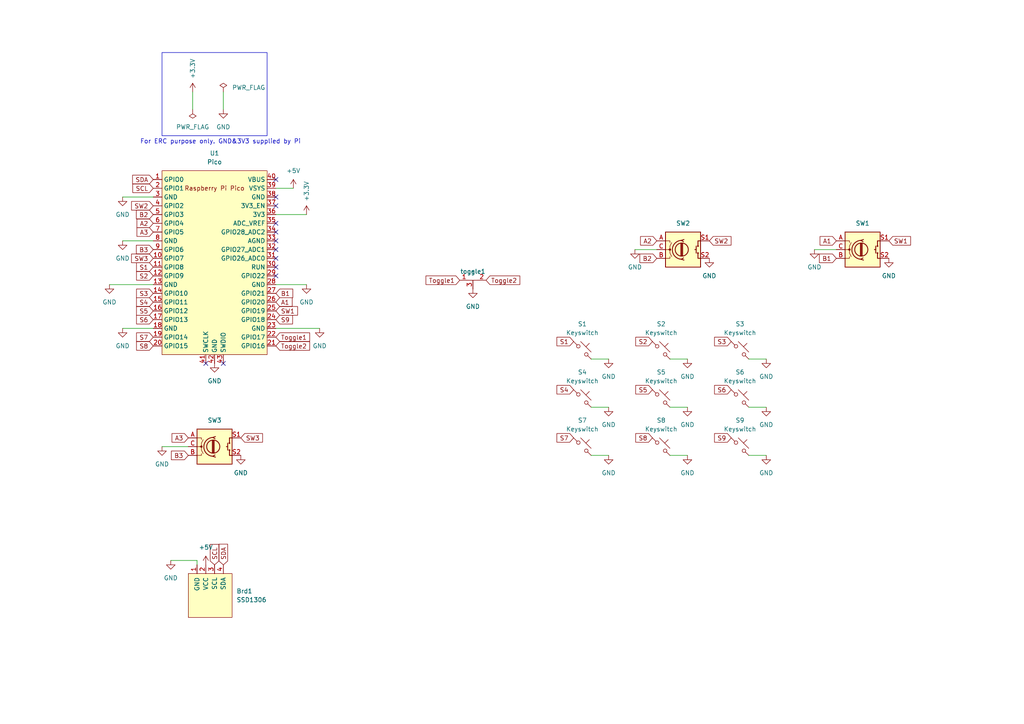
<source format=kicad_sch>
(kicad_sch (version 20230121) (generator eeschema)
  (paper "A4")
  (lib_symbols
    (symbol "Device:RotaryEncoder_Switch" (pin_names (offset 0.254) hide)
      (property "Reference" "SW" (at 0 6.604 0))
      (property "Value" "RotaryEncoder_Switch" (at 0 -6.604 0))
      (symbol "RotaryEncoder_Switch_0_1"
        (rectangle (start -5.08 5.08) (end 5.08 -5.08) (stroke (width 0.254)) (fill (type background)))
        (circle (center -3.81 0) (radius 0.254) (fill (type outline)))
        (circle (center -0.381 0) (radius 1.905) (stroke (width 0.254)))
        (arc (start -0.381 2.667) (mid -3.0988 -0.0635) (end -0.381 -2.794) (stroke (width 0.254)))
        (polyline (pts (xy -0.635 -1.778) (xy -0.635 1.778)) (stroke (width 0.254)))
        (polyline (pts (xy -0.381 -1.778) (xy -0.381 1.778)) (stroke (width 0.254)))
        (polyline (pts (xy -0.127 1.778) (xy -0.127 -1.778)) (stroke (width 0.254)))
        (polyline (pts (xy 3.81 0) (xy 3.429 0)) (stroke (width 0.254)))
        (polyline (pts (xy 3.81 1.016) (xy 3.81 -1.016)) (stroke (width 0.254)))
        (polyline (pts (xy -5.08 -2.54) (xy -3.81 -2.54) (xy -3.81 -2.032)))
        (polyline (pts (xy -5.08 2.54) (xy -3.81 2.54) (xy -3.81 2.032)))
        (polyline (pts (xy 0.254 -3.048) (xy -0.508 -2.794) (xy 0.127 -2.413)) (stroke (width 0.254)))
        (polyline (pts (xy 0.254 2.921) (xy -0.508 2.667) (xy 0.127 2.286)) (stroke (width 0.254)))
        (polyline (pts (xy 5.08 -2.54) (xy 4.318 -2.54) (xy 4.318 -1.016)) (stroke (width 0.254)))
        (polyline (pts (xy 5.08 2.54) (xy 4.318 2.54) (xy 4.318 1.016)) (stroke (width 0.254)))
        (polyline (pts (xy -5.08 0) (xy -3.81 0) (xy -3.81 -1.016) (xy -3.302 -2.032)))
        (polyline (pts (xy -4.318 0) (xy -3.81 0) (xy -3.81 1.016) (xy -3.302 2.032)))
        (circle (center 4.318 -1.016) (radius 0.127) (stroke (width 0.254)))
        (circle (center 4.318 1.016) (radius 0.127) (stroke (width 0.254)))
      )
      (symbol "RotaryEncoder_Switch_1_1"
        (pin passive line (at -7.62 2.54 0) (length 2.54) (name "A") (number "A"))
        (pin passive line (at -7.62 -2.54 0) (length 2.54) (name "B") (number "B"))
        (pin passive line (at -7.62 0 0) (length 2.54) (name "C") (number "C"))
        (pin passive line (at 7.62 2.54 180) (length 2.54) (name "S1") (number "S1"))
        (pin passive line (at 7.62 -2.54 180) (length 2.54) (name "S2") (number "S2"))
      )
    )
    (symbol "MCU_RaspberryPi_and_Boards:Pico"
      (property "Reference" "U" (at -13.97 27.94 0))
      (property "Value" "Pico" (at 0 19.05 0))
      (symbol "Pico_0_0"
        (text "Raspberry Pi Pico" (at 0 21.59 0) (effects (font (size 1.27 1.27))))
      )
      (symbol "Pico_0_1"
        (rectangle (start -15.24 26.67) (end 15.24 -26.67) (fill (type background)))
      )
      (symbol "Pico_1_1"
        (pin bidirectional line (at -17.78 24.13 0) (length 2.54) (name "GPIO0") (number "1"))
        (pin bidirectional line (at -17.78 1.27 0) (length 2.54) (name "GPIO7") (number "10"))
        (pin bidirectional line (at -17.78 -1.27 0) (length 2.54) (name "GPIO8") (number "11"))
        (pin bidirectional line (at -17.78 -3.81 0) (length 2.54) (name "GPIO9") (number "12"))
        (pin power_in line (at -17.78 -6.35 0) (length 2.54) (name "GND") (number "13"))
        (pin bidirectional line (at -17.78 -8.89 0) (length 2.54) (name "GPIO10") (number "14"))
        (pin bidirectional line (at -17.78 -11.43 0) (length 2.54) (name "GPIO11") (number "15"))
        (pin bidirectional line (at -17.78 -13.97 0) (length 2.54) (name "GPIO12") (number "16"))
        (pin bidirectional line (at -17.78 -16.51 0) (length 2.54) (name "GPIO13") (number "17"))
        (pin power_in line (at -17.78 -19.05 0) (length 2.54) (name "GND") (number "18"))
        (pin bidirectional line (at -17.78 -21.59 0) (length 2.54) (name "GPIO14") (number "19"))
        (pin bidirectional line (at -17.78 21.59 0) (length 2.54) (name "GPIO1") (number "2"))
        (pin bidirectional line (at -17.78 -24.13 0) (length 2.54) (name "GPIO15") (number "20"))
        (pin bidirectional line (at 17.78 -24.13 180) (length 2.54) (name "GPIO16") (number "21"))
        (pin bidirectional line (at 17.78 -21.59 180) (length 2.54) (name "GPIO17") (number "22"))
        (pin power_in line (at 17.78 -19.05 180) (length 2.54) (name "GND") (number "23"))
        (pin bidirectional line (at 17.78 -16.51 180) (length 2.54) (name "GPIO18") (number "24"))
        (pin bidirectional line (at 17.78 -13.97 180) (length 2.54) (name "GPIO19") (number "25"))
        (pin bidirectional line (at 17.78 -11.43 180) (length 2.54) (name "GPIO20") (number "26"))
        (pin bidirectional line (at 17.78 -8.89 180) (length 2.54) (name "GPIO21") (number "27"))
        (pin power_in line (at 17.78 -6.35 180) (length 2.54) (name "GND") (number "28"))
        (pin bidirectional line (at 17.78 -3.81 180) (length 2.54) (name "GPIO22") (number "29"))
        (pin power_in line (at -17.78 19.05 0) (length 2.54) (name "GND") (number "3"))
        (pin input line (at 17.78 -1.27 180) (length 2.54) (name "RUN") (number "30"))
        (pin bidirectional line (at 17.78 1.27 180) (length 2.54) (name "GPIO26_ADC0") (number "31"))
        (pin bidirectional line (at 17.78 3.81 180) (length 2.54) (name "GPIO27_ADC1") (number "32"))
        (pin power_in line (at 17.78 6.35 180) (length 2.54) (name "AGND") (number "33"))
        (pin bidirectional line (at 17.78 8.89 180) (length 2.54) (name "GPIO28_ADC2") (number "34"))
        (pin power_in line (at 17.78 11.43 180) (length 2.54) (name "ADC_VREF") (number "35"))
        (pin power_in line (at 17.78 13.97 180) (length 2.54) (name "3V3") (number "36"))
        (pin input line (at 17.78 16.51 180) (length 2.54) (name "3V3_EN") (number "37"))
        (pin bidirectional line (at 17.78 19.05 180) (length 2.54) (name "GND") (number "38"))
        (pin power_in line (at 17.78 21.59 180) (length 2.54) (name "VSYS") (number "39"))
        (pin bidirectional line (at -17.78 16.51 0) (length 2.54) (name "GPIO2") (number "4"))
        (pin power_in line (at 17.78 24.13 180) (length 2.54) (name "VBUS") (number "40"))
        (pin input line (at -2.54 -29.21 90) (length 2.54) (name "SWCLK") (number "41"))
        (pin power_in line (at 0 -29.21 90) (length 2.54) (name "GND") (number "42"))
        (pin bidirectional line (at 2.54 -29.21 90) (length 2.54) (name "SWDIO") (number "43"))
        (pin bidirectional line (at -17.78 13.97 0) (length 2.54) (name "GPIO3") (number "5"))
        (pin bidirectional line (at -17.78 11.43 0) (length 2.54) (name "GPIO4") (number "6"))
        (pin bidirectional line (at -17.78 8.89 0) (length 2.54) (name "GPIO5") (number "7"))
        (pin power_in line (at -17.78 6.35 0) (length 2.54) (name "GND") (number "8"))
        (pin bidirectional line (at -17.78 3.81 0) (length 2.54) (name "GPIO6") (number "9"))
      )
    )
    (symbol "Scotto keedbs:Placeholder_Keyswitch" (pin_numbers hide) (pin_names (offset 1.016) hide)
      (property "Reference" "S" (at 3.048 1.016 0))
      (property "Value" "Keyswitch" (at 0 -3.81 0))
      (symbol "Placeholder_Keyswitch_0_1"
        (circle (center -1.1684 1.1684) (radius 0.508))
        (polyline (pts (xy -0.508 2.54) (xy 2.54 -0.508)))
        (polyline (pts (xy 1.016 1.016) (xy 2.032 2.032)))
        (polyline (pts (xy -2.54 2.54) (xy -1.524 1.524) (xy -1.524 1.524)))
        (polyline (pts (xy 1.524 -1.524) (xy 2.54 -2.54) (xy 2.54 -2.54) (xy 2.54 -2.54)))
        (circle (center 1.143 -1.1938) (radius 0.508))
        (pin passive line (at -2.54 2.54 0) (length 0) (name "1") (number "1"))
        (pin passive line (at 2.54 -2.54 180) (length 0) (name "2") (number "2"))
      )
    )
    (symbol "dis:SSD1306" (pin_names (offset 1.016))
      (property "Reference" "Brd" (at 0 -3.81 0))
      (property "Value" "SSD1306" (at 0 -1.27 0))
      (symbol "SSD1306_0_1"
        (rectangle (start -6.35 6.35) (end 6.35 -6.35) (fill (type background)))
      )
      (symbol "SSD1306_1_1"
        (pin input line (at -3.81 8.89 270) (length 2.54) (name "GND") (number "1"))
        (pin input line (at -1.27 8.89 270) (length 2.54) (name "VCC") (number "2"))
        (pin input line (at 1.27 8.89 270) (length 2.54) (name "SCL") (number "3"))
        (pin input line (at 3.81 8.89 270) (length 2.54) (name "SDA") (number "4"))
      )
    )
    (symbol "power:+3.3V" (power) (pin_names (offset 0))
      (property "Value" "+3.3V" (at 0 3.556 0))
      (symbol "+3.3V_0_1"
        (polyline (pts (xy -0.762 1.27) (xy 0 2.54)))
        (polyline (pts (xy 0 0) (xy 0 2.54)))
        (polyline (pts (xy 0 2.54) (xy 0.762 1.27)))
      )
      (symbol "+3.3V_1_1"
        (pin power_in line (at 0 0 90) (length 0) hide (name "+3.3V") (number "1"))
      )
    )
    (symbol "power:+5V" (power) (pin_names (offset 0))
      (property "Value" "+5V" (at 0 3.556 0))
      (symbol "+5V_0_1"
        (polyline (pts (xy -0.762 1.27) (xy 0 2.54)))
        (polyline (pts (xy 0 0) (xy 0 2.54)))
        (polyline (pts (xy 0 2.54) (xy 0.762 1.27)))
      )
      (symbol "+5V_1_1"
        (pin power_in line (at 0 0 90) (length 0) hide (name "+5V") (number "1"))
      )
    )
    (symbol "power:GND" (power) (pin_names (offset 0))
      (property "Value" "GND" (at 0 -3.81 0))
      (symbol "GND_0_1"
        (polyline (pts (xy 0 0) (xy 0 -1.27) (xy 1.27 -1.27) (xy 0 -2.54) (xy -1.27 -1.27) (xy 0 -1.27)))
      )
      (symbol "GND_1_1"
        (pin power_in line (at 0 0 270) (length 0) hide (name "GND") (number "1"))
      )
    )
    (symbol "power:PWR_FLAG" (power) (pin_numbers hide) (pin_names (offset 0) hide)
      (property "Value" "PWR_FLAG" (at 0 3.81 0))
      (symbol "PWR_FLAG_0_0"
        (pin power_out line (at 0 0 90) (length 0) (name "pwr") (number "1"))
      )
      (symbol "PWR_FLAG_0_1"
        (polyline (pts (xy 0 0) (xy 0 1.27) (xy -1.016 1.905) (xy 0 2.54) (xy 1.016 1.905) (xy 0 1.27)))
      )
    )
    (symbol "toggle_on-off-on_1"
      (property "Reference" "toggle" (at 0 0 0))
      (symbol "toggle_on-off-on_1_0_1"
        (polyline (pts (xy -1.27 -2.54) (xy 1.27 -2.54) (xy 1.27 -2.54)))
      )
      (symbol "toggle_on-off-on_1_1_1"
        (pin output line (at -3.81 -2.54 0) (length 2.54) (name "") (number "1"))
        (pin output line (at 3.81 -2.54 180) (length 2.54) (name "") (number "2"))
        (pin input line (at 0 -5.08 90) (length 2.54) (name "") (number "3"))
      )
    )
  )
  (no_connect (at 80.01 67.31))
  (no_connect (at 80.01 64.77))
  (no_connect (at 80.01 69.85))
  (no_connect (at 80.01 57.15))
  (no_connect (at 64.77 105.41))
  (no_connect (at 59.69 105.41))
  (no_connect (at 80.01 52.07))
  (no_connect (at 80.01 59.69))
  (no_connect (at 80.01 72.39))
  (no_connect (at 80.01 77.47))
  (no_connect (at 80.01 80.01))
  (no_connect (at 80.01 74.93))
  (wire (pts (xy 222.25 118.11) (xy 217.17 118.11)))
  (wire (pts (xy 176.53 104.14) (xy 171.45 104.14)))
  (wire (pts (xy 222.25 132.08) (xy 217.17 132.08)))
  (wire (pts (xy 92.71 95.25) (xy 80.01 95.25)))
  (wire (pts (xy 35.56 95.25) (xy 44.45 95.25)))
  (wire (pts (xy 85.09 54.61) (xy 80.01 54.61)))
  (wire (pts (xy 46.99 129.54) (xy 54.61 129.54)))
  (wire (pts (xy 199.39 118.11) (xy 194.31 118.11)))
  (wire (pts (xy 88.9 62.23) (xy 80.01 62.23)))
  (wire (pts (xy 80.01 82.55) (xy 88.9 82.55)))
  (wire (pts (xy 35.56 69.85) (xy 44.45 69.85)))
  (wire (pts (xy 64.77 26.67) (xy 64.77 31.75)))
  (wire (pts (xy 55.88 26.67) (xy 55.88 31.75)))
  (wire (pts (xy 176.53 132.08) (xy 171.45 132.08)))
  (wire (pts (xy 49.53 162.56) (xy 57.15 162.56)))
  (wire (pts (xy 176.53 118.11) (xy 171.45 118.11)))
  (wire (pts (xy 222.25 104.14) (xy 217.17 104.14)))
  (wire (pts (xy 199.39 132.08) (xy 194.31 132.08)))
  (wire (pts (xy 199.39 104.14) (xy 194.31 104.14)))
  (wire (pts (xy 31.75 82.55) (xy 44.45 82.55)))
  (wire (pts (xy 35.56 57.15) (xy 44.45 57.15)))
  (wire (pts (xy 236.22 72.39) (xy 242.57 72.39)))
  (wire (pts (xy 57.15 162.56) (xy 57.15 163.83)))
  (wire (pts (xy 184.15 72.39) (xy 190.5 72.39)))
  (rectangle (start 46.99 15.24) (end 77.47 39.37))
  (text "For ERC purpose only. GND&3V3 supplied by Pi" (at 40.64 41.91 0) (effects (font (size 1.27 1.27)) (justify left bottom)))
  (global_label "S5" (shape input) (at 189.23 113.03 180) (property "Intersheetrefs" "${INTERSHEET_REFS}" (effects hide)))
  (global_label "SW2" (shape input) (at 44.45 59.69 180) (property "Intersheetrefs" "${INTERSHEET_REFS}" (effects hide)))
  (global_label "B3" (shape input) (at 44.45 72.39 180) (property "Intersheetrefs" "${INTERSHEET_REFS}" (effects hide)))
  (global_label "B1" (shape input) (at 80.01 85.09 0) (property "Intersheetrefs" "${INTERSHEET_REFS}" (effects hide)))
  (global_label "S4" (shape input) (at 166.37 113.03 180) (property "Intersheetrefs" "${INTERSHEET_REFS}" (effects hide)))
  (global_label "SDA" (shape input) (at 64.77 163.83 90) (property "Intersheetrefs" "${INTERSHEET_REFS}" (effects hide)))
  (global_label "A2" (shape input) (at 190.5 69.85 180) (property "Intersheetrefs" "${INTERSHEET_REFS}" (effects hide)))
  (global_label "S3" (shape input) (at 212.09 99.06 180) (property "Intersheetrefs" "${INTERSHEET_REFS}" (effects hide)))
  (global_label "B3" (shape input) (at 54.61 132.08 180) (property "Intersheetrefs" "${INTERSHEET_REFS}" (effects hide)))
  (global_label "SW3" (shape input) (at 44.45 74.93 180) (property "Intersheetrefs" "${INTERSHEET_REFS}" (effects hide)))
  (global_label "SCL" (shape input) (at 44.45 54.61 180) (property "Intersheetrefs" "${INTERSHEET_REFS}" (effects hide)))
  (global_label "B2" (shape input) (at 44.45 62.23 180) (property "Intersheetrefs" "${INTERSHEET_REFS}" (effects hide)))
  (global_label "SW3" (shape input) (at 69.85 127 0) (property "Intersheetrefs" "${INTERSHEET_REFS}" (effects hide)))
  (global_label "SCL" (shape input) (at 62.23 163.83 90) (property "Intersheetrefs" "${INTERSHEET_REFS}" (effects hide)))
  (global_label "S5" (shape input) (at 44.45 90.17 180) (property "Intersheetrefs" "${INTERSHEET_REFS}" (effects hide)))
  (global_label "SDA" (shape input) (at 44.45 52.07 180) (property "Intersheetrefs" "${INTERSHEET_REFS}" (effects hide)))
  (global_label "SW2" (shape input) (at 205.74 69.85 0) (property "Intersheetrefs" "${INTERSHEET_REFS}" (effects hide)))
  (global_label "S4" (shape input) (at 44.45 87.63 180) (property "Intersheetrefs" "${INTERSHEET_REFS}" (effects hide)))
  (global_label "S9" (shape input) (at 212.09 127 180) (property "Intersheetrefs" "${INTERSHEET_REFS}" (effects hide)))
  (global_label "A3" (shape input) (at 44.45 67.31 180) (property "Intersheetrefs" "${INTERSHEET_REFS}" (effects hide)))
  (global_label "S7" (shape input) (at 44.45 97.79 180) (property "Intersheetrefs" "${INTERSHEET_REFS}" (effects hide)))
  (global_label "S6" (shape input) (at 44.45 92.71 180) (property "Intersheetrefs" "${INTERSHEET_REFS}" (effects hide)))
  (global_label "S1" (shape input) (at 166.37 99.06 180) (property "Intersheetrefs" "${INTERSHEET_REFS}" (effects hide)))
  (global_label "S2" (shape input) (at 44.45 80.01 180) (property "Intersheetrefs" "${INTERSHEET_REFS}" (effects hide)))
  (global_label "S8" (shape input) (at 189.23 127 180) (property "Intersheetrefs" "${INTERSHEET_REFS}" (effects hide)))
  (global_label "SW1" (shape input) (at 257.81 69.85 0) (property "Intersheetrefs" "${INTERSHEET_REFS}" (effects hide)))
  (global_label "A3" (shape input) (at 54.61 127 180) (property "Intersheetrefs" "${INTERSHEET_REFS}" (effects hide)))
  (global_label "A2" (shape input) (at 44.45 64.77 180) (property "Intersheetrefs" "${INTERSHEET_REFS}" (effects hide)))
  (global_label "A1" (shape input) (at 80.01 87.63 0) (property "Intersheetrefs" "${INTERSHEET_REFS}" (effects hide)))
  (global_label "Toggle2" (shape input) (at 140.97 81.28 0) (property "Intersheetrefs" "${INTERSHEET_REFS}" (effects hide)))
  (global_label "S2" (shape input) (at 189.23 99.06 180) (property "Intersheetrefs" "${INTERSHEET_REFS}" (effects hide)))
  (global_label "B1" (shape input) (at 242.57 74.93 180) (property "Intersheetrefs" "${INTERSHEET_REFS}" (effects hide)))
  (global_label "Toggle1" (shape input) (at 133.35 81.28 180) (property "Intersheetrefs" "${INTERSHEET_REFS}" (effects hide)))
  (global_label "S8" (shape input) (at 44.45 100.33 180) (property "Intersheetrefs" "${INTERSHEET_REFS}" (effects hide)))
  (global_label "S1" (shape input) (at 44.45 77.47 180) (property "Intersheetrefs" "${INTERSHEET_REFS}" (effects hide)))
  (global_label "S7" (shape input) (at 166.37 127 180) (property "Intersheetrefs" "${INTERSHEET_REFS}" (effects hide)))
  (global_label "A1" (shape input) (at 242.57 69.85 180) (property "Intersheetrefs" "${INTERSHEET_REFS}" (effects hide)))
  (global_label "S9" (shape input) (at 80.01 92.71 0) (property "Intersheetrefs" "${INTERSHEET_REFS}" (effects hide)))
  (global_label "Toggle1" (shape input) (at 80.01 97.79 0) (property "Intersheetrefs" "${INTERSHEET_REFS}" (effects hide)))
  (global_label "S6" (shape input) (at 212.09 113.03 180) (property "Intersheetrefs" "${INTERSHEET_REFS}" (effects hide)))
  (global_label "B2" (shape input) (at 190.5 74.93 180) (property "Intersheetrefs" "${INTERSHEET_REFS}" (effects hide)))
  (global_label "SW1" (shape input) (at 80.01 90.17 0) (property "Intersheetrefs" "${INTERSHEET_REFS}" (effects hide)))
  (global_label "Toggle2" (shape input) (at 80.01 100.33 0) (property "Intersheetrefs" "${INTERSHEET_REFS}" (effects hide)))
  (global_label "S3" (shape input) (at 44.45 85.09 180) (property "Intersheetrefs" "${INTERSHEET_REFS}" (effects hide)))
  (symbol (lib_id "power:GND") (at 62.23 105.41 0) (unit 1)
    (property "Reference" "#PWR027" (effects hide))
    (property "Value" "GND" (at 62.23 110.49 0))
  )
  (symbol (lib_id "power:+3.3V") (at 55.88 26.67 0) (unit 1)
    (property "Reference" "#PWR026" (effects hide))
    (property "Value" "+3.3V" (at 55.88 22.86 90) (effects (justify left)))
  )
  (symbol (lib_id "power:GND") (at 184.15 72.39 0) (unit 1)
    (property "Reference" "#PWR02" (effects hide))
    (property "Value" "GND" (at 184.15 77.47 0))
  )
  (symbol (lib_id "power:GND") (at 199.39 118.11 0) (unit 1)
    (property "Reference" "#PWR013" (effects hide))
    (property "Value" "GND" (at 199.39 123.19 0))
  )
  (symbol (lib_id "Scotto keedbs:Placeholder_Keyswitch") (at 191.77 129.54 0) (unit 1)
    (property "Reference" "S8" (at 191.77 121.92 0))
    (property "Value" "Keyswitch" (at 191.77 124.46 0))
    (property "Footprint" "s_MX:MX_PCB_1.00u" (effects hide))
  )
  (symbol (lib_id "power:GND") (at 35.56 69.85 0) (unit 1)
    (property "Reference" "#PWR029" (effects hide))
    (property "Value" "GND" (at 35.56 74.93 0))
  )
  (symbol (lib_id "Scotto keedbs:Placeholder_Keyswitch") (at 214.63 129.54 0) (unit 1)
    (property "Reference" "S9" (at 214.63 121.92 0))
    (property "Value" "Keyswitch" (at 214.63 124.46 0))
    (property "Footprint" "s_MX:MX_PCB_1.00u" (effects hide))
  )
  (symbol (lib_id "Scotto keedbs:Placeholder_Keyswitch") (at 168.91 115.57 0) (unit 1)
    (property "Reference" "S4" (at 168.91 107.95 0))
    (property "Value" "Keyswitch" (at 168.91 110.49 0))
    (property "Footprint" "s_MX:MX_PCB_1.00u" (effects hide))
  )
  (symbol (lib_id "Scotto keedbs:Placeholder_Keyswitch") (at 214.63 101.6 0) (unit 1)
    (property "Reference" "S3" (at 214.63 93.98 0))
    (property "Value" "Keyswitch" (at 214.63 96.52 0))
    (property "Footprint" "s_MX:MX_PCB_1.00u" (effects hide))
  )
  (symbol (lib_name "toggle_on-off-on_1") (lib_id "Switch:toggle_on-off-on") (at 137.16 78.74 0) (unit 1)
    (property "Reference" "toggle1" (at 137.16 78.74 0))
    (property "Value" "~" (at 137.16 78.74 0))
    (property "Footprint" "Button_Switch_THT:Toggle on-off-on" (effects hide))
  )
  (symbol (lib_id "power:+5V") (at 59.69 163.83 0) (unit 1)
    (property "Reference" "#PWR01" (effects hide))
    (property "Value" "+5V" (at 59.69 158.75 0))
  )
  (symbol (lib_id "power:GND") (at 176.53 132.08 0) (unit 1)
    (property "Reference" "#PWR015" (effects hide))
    (property "Value" "GND" (at 176.53 137.16 0))
  )
  (symbol (lib_id "power:PWR_FLAG") (at 64.77 26.67 0) (unit 1)
    (property "Reference" "#FLG02" (effects hide))
    (property "Value" "PWR_FLAG" (at 67.31 25.4 0) (effects (justify left)))
  )
  (symbol (lib_id "power:GND") (at 176.53 104.14 0) (unit 1)
    (property "Reference" "#PWR09" (effects hide))
    (property "Value" "GND" (at 176.53 109.22 0))
  )
  (symbol (lib_id "power:GND") (at 92.71 95.25 0) (unit 1)
    (property "Reference" "#PWR07" (effects hide))
    (property "Value" "GND" (at 92.71 100.33 0))
  )
  (symbol (lib_id "power:GND") (at 199.39 132.08 0) (unit 1)
    (property "Reference" "#PWR016" (effects hide))
    (property "Value" "GND" (at 199.39 137.16 0))
  )
  (symbol (lib_id "power:GND") (at 88.9 82.55 0) (unit 1)
    (property "Reference" "#PWR025" (effects hide))
    (property "Value" "GND" (at 88.9 87.63 0))
  )
  (symbol (lib_id "power:GND") (at 222.25 132.08 0) (unit 1)
    (property "Reference" "#PWR017" (effects hide))
    (property "Value" "GND" (at 222.25 137.16 0))
  )
  (symbol (lib_id "Device:RotaryEncoder_Switch") (at 250.19 72.39 0) (unit 1)
    (property "Reference" "SW1" (at 250.19 64.77 0))
    (property "Value" "RotaryEncoder_Switch" (effects hide))
    (property "Footprint" "Rotary_Encoder:RotaryEncoder_Alps_EC11E-Switch_Vertical_H20mm" (effects hide))
  )
  (symbol (lib_id "power:GND") (at 199.39 104.14 0) (unit 1)
    (property "Reference" "#PWR010" (effects hide))
    (property "Value" "GND" (at 199.39 109.22 0))
  )
  (symbol (lib_id "power:GND") (at 35.56 95.25 0) (unit 1)
    (property "Reference" "#PWR028" (effects hide))
    (property "Value" "GND" (at 35.56 100.33 0))
  )
  (symbol (lib_id "power:PWR_FLAG") (at 55.88 31.75 180) (unit 1)
    (property "Reference" "#FLG01" (effects hide))
    (property "Value" "PWR_FLAG" (at 55.88 36.83 0))
  )
  (symbol (lib_id "Scotto keedbs:Placeholder_Keyswitch") (at 191.77 115.57 0) (unit 1)
    (property "Reference" "S5" (at 191.77 107.95 0))
    (property "Value" "Keyswitch" (at 191.77 110.49 0))
    (property "Footprint" "s_MX:MX_PCB_1.00u" (effects hide))
  )
  (symbol (lib_id "power:GND") (at 64.77 31.75 0) (unit 1)
    (property "Reference" "#PWR030" (effects hide))
    (property "Value" "GND" (at 64.77 36.83 0))
  )
  (symbol (lib_id "power:GND") (at 222.25 118.11 0) (unit 1)
    (property "Reference" "#PWR012" (effects hide))
    (property "Value" "GND" (at 222.25 123.19 0))
  )
  (symbol (lib_id "power:+5V") (at 85.09 54.61 0) (unit 1)
    (property "Reference" "#PWR04" (effects hide))
    (property "Value" "+5V" (at 85.09 49.53 0))
  )
  (symbol (lib_id "Scotto keedbs:Placeholder_Keyswitch") (at 191.77 101.6 0) (unit 1)
    (property "Reference" "S2" (at 191.77 93.98 0))
    (property "Value" "Keyswitch" (at 191.77 96.52 0))
    (property "Footprint" "s_MX:MX_PCB_1.00u" (effects hide))
  )
  (symbol (lib_id "Device:RotaryEncoder_Switch") (at 198.12 72.39 0) (unit 1)
    (property "Reference" "SW2" (at 198.12 64.77 0))
    (property "Value" "RotaryEncoder_Switch" (effects hide))
    (property "Footprint" "Rotary_Encoder:RotaryEncoder_Alps_EC11E-Switch_Vertical_H20mm" (effects hide))
  )
  (symbol (lib_id "power:GND") (at 176.53 118.11 0) (unit 1)
    (property "Reference" "#PWR014" (effects hide))
    (property "Value" "GND" (at 176.53 123.19 0))
  )
  (symbol (lib_id "power:GND") (at 222.25 104.14 0) (unit 1)
    (property "Reference" "#PWR011" (effects hide))
    (property "Value" "GND" (at 222.25 109.22 0))
  )
  (symbol (lib_id "power:GND") (at 257.81 74.93 0) (unit 1)
    (property "Reference" "#PWR034" (effects hide))
    (property "Value" "GND" (at 257.81 80.01 0))
  )
  (symbol (lib_id "power:GND") (at 31.75 82.55 0) (unit 1)
    (property "Reference" "#PWR022" (effects hide))
    (property "Value" "GND" (at 31.75 87.63 0))
  )
  (symbol (lib_id "power:GND") (at 205.74 74.93 0) (unit 1)
    (property "Reference" "#PWR03" (effects hide))
    (property "Value" "GND" (at 205.74 80.01 0))
  )
  (symbol (lib_id "Scotto keedbs:Placeholder_Keyswitch") (at 168.91 129.54 0) (unit 1)
    (property "Reference" "S7" (at 168.91 121.92 0))
    (property "Value" "Keyswitch" (at 168.91 124.46 0))
    (property "Footprint" "s_MX:MX_PCB_1.00u" (effects hide))
  )
  (symbol (lib_id "power:GND") (at 49.53 162.56 0) (unit 1)
    (property "Reference" "#PWR020" (effects hide))
    (property "Value" "GND" (at 49.53 167.64 0))
  )
  (symbol (lib_id "power:+3.3V") (at 88.9 62.23 0) (unit 1)
    (property "Reference" "#PWR024" (effects hide))
    (property "Value" "+3.3V" (at 88.9 58.42 90) (effects (justify left)))
  )
  (symbol (lib_id "Device:RotaryEncoder_Switch") (at 62.23 129.54 0) (unit 1)
    (property "Reference" "SW3" (at 62.23 121.92 0))
    (property "Value" "RotaryEncoder_Switch" (effects hide))
    (property "Footprint" "Rotary_Encoder:RotaryEncoder_Alps_EC11E-Switch_Vertical_H20mm" (effects hide))
  )
  (symbol (lib_id "power:GND") (at 35.56 57.15 0) (unit 1)
    (property "Reference" "#PWR023" (effects hide))
    (property "Value" "GND" (at 35.56 62.23 0))
  )
  (symbol (lib_id "dis:SSD1306") (at 60.96 172.72 0) (unit 1)
    (property "Reference" "Brd1" (at 68.58 171.45 0) (effects (justify left)))
    (property "Value" "SSD1306" (at 68.58 173.99 0) (effects (justify left)))
    (property "Footprint" "dsada:128x64OLED" (effects hide))
  )
  (symbol (lib_id "Scotto keedbs:Placeholder_Keyswitch") (at 168.91 101.6 0) (unit 1)
    (property "Reference" "S1" (at 168.91 93.98 0))
    (property "Value" "Keyswitch" (at 168.91 96.52 0))
    (property "Footprint" "s_MX:MX_PCB_1.00u" (effects hide))
  )
  (symbol (lib_id "MCU_RaspberryPi_and_Boards:Pico") (at 62.23 76.2 0) (unit 1)
    (property "Reference" "U1" (at 62.23 44.45 0))
    (property "Value" "Pico" (at 62.23 46.99 0))
    (property "Footprint" "MCU_RaspberryPi_and_Boards:RPi_Pico_SMD_TH" (effects hide))
  )
  (symbol (lib_id "Scotto keedbs:Placeholder_Keyswitch") (at 214.63 115.57 0) (unit 1)
    (property "Reference" "S6" (at 214.63 107.95 0))
    (property "Value" "Keyswitch" (at 214.63 110.49 0))
    (property "Footprint" "s_MX:MX_PCB_1.00u" (effects hide))
  )
  (symbol (lib_id "power:GND") (at 137.16 83.82 0) (unit 1)
    (property "Reference" "#PWR08" (effects hide))
    (property "Value" "GND" (at 137.16 88.9 0))
  )
  (symbol (lib_id "power:GND") (at 46.99 129.54 0) (unit 1)
    (property "Reference" "#PWR05" (effects hide))
    (property "Value" "GND" (at 46.99 134.62 0))
  )
  (symbol (lib_id "power:GND") (at 236.22 72.39 0) (unit 1)
    (property "Reference" "#PWR033" (effects hide))
    (property "Value" "GND" (at 236.22 77.47 0))
  )
  (symbol (lib_id "power:GND") (at 69.85 132.08 0) (unit 1)
    (property "Reference" "#PWR06" (effects hide))
    (property "Value" "GND" (at 69.85 137.16 0))
  )
)
</source>
